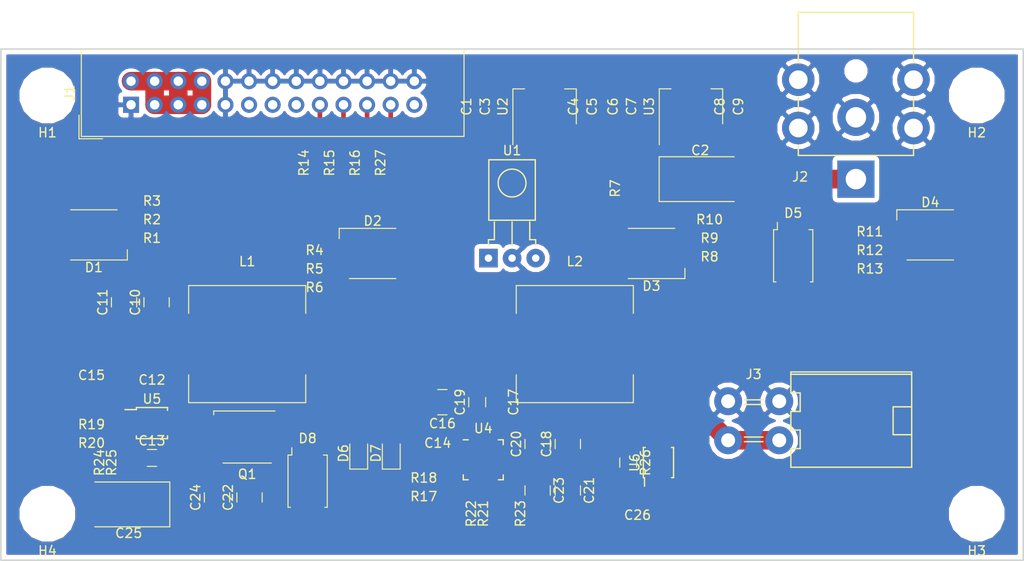
<source format=kicad_pcb>
(kicad_pcb (version 20171130) (host pcbnew 5.0.0-rc2-dev-unknown-0f0d9af~63~ubuntu16.04.1)
  (layers (0 F.Cu signal) (31 B.Cu signal) (34 B.Paste user) (35 F.Paste user) (36 B.SilkS user) (37 F.SilkS user) (38 B.Mask user) (39 F.Mask user) (44 Edge.Cuts user))
  (net 0 "")
  (net 1 /charger/ACCUPACK+)
  (net 2 /charger/BAT)
  (net 3 +5V5)
  (net 4 +5V)
  (net 5 GND)
  (net 6 "Net-(C19-Pad1)")
  (net 7 "Net-(C15-Pad1)")
  (net 8 "Net-(D5-Pad1)")
  (net 9 "Net-(D4-Pad1)")
  (net 10 /SCL)
  (net 11 +3V3)
  (net 12 /PWM_B)
  (net 13 "Net-(D1-Pad1)")
  (net 14 "Net-(D1-Pad2)")
  (net 15 /PWM_G)
  (net 16 /PWM_R)
  (net 17 "Net-(D1-Pad3)")
  (net 18 "Net-(D2-Pad2)")
  (net 19 /~INT)
  (net 20 /SDA)
  (net 21 "Net-(D2-Pad1)")
  (net 22 "Net-(D2-Pad3)")
  (net 23 "Net-(D3-Pad1)")
  (net 24 /charger/ADAPTER)
  (net 25 "Net-(D6-Pad1)")
  (net 26 "Net-(Q1-Pad4)")
  (net 27 "Net-(U6-Pad4)")
  (net 28 "Net-(U6-Pad5)")
  (net 29 /~AL)
  (net 30 "Net-(U6-Pad9)")
  (net 31 +BATT)
  (net 32 "Net-(C17-Pad1)")
  (net 33 "Net-(C17-Pad2)")
  (net 34 "Net-(C16-Pad1)")
  (net 35 /IR_Rx)
  (net 36 "Net-(R20-Pad1)")
  (net 37 "Net-(R17-Pad1)")
  (net 38 "Net-(R24-Pad2)")
  (net 39 "Net-(R22-Pad2)")
  (net 40 "Net-(R21-Pad1)")
  (net 41 "Net-(R19-Pad1)")
  (net 42 "Net-(R18-Pad1)")
  (net 43 "Net-(D7-Pad1)")
  (net 44 "Net-(C2-Pad1)")
  (net 45 "Net-(D4-Pad3)")
  (net 46 "Net-(D4-Pad2)")
  (net 47 "Net-(D3-Pad3)")
  (net 48 "Net-(D3-Pad2)")
  (net 49 "Net-(D8-Pad1)")
  (module Resistor_SMD:R_0805_2012Metric (layer F.Cu) (at 132.5 97.25 90)
    (fp_text reference R27 (at 0 -1.65 90) (layer F.SilkS))
    (fp_text value 10k)
    (pad 1 smd rect (at -0.88 0 90) (size 1.12 1.4) (layers F.Cu F.Paste F.Mask) (net 11 +3V3))
    (pad 2 smd rect (at 0.88 0 90) (size 1.12 1.4) (layers F.Cu F.Paste F.Mask) (net 29 /~AL))
  )
  (module Capacitor_SMD:C_0805_2012Metric (layer F.Cu) (at 137 125.75 180)
    (fp_text reference C14 (at 0 -1.65 180) (layer F.SilkS))
    (fp_text value 1u/50V)
    (pad 1 smd rect (at -0.88 0 180) (size 1.12 1.4) (layers F.Cu F.Paste F.Mask) (net 24 /charger/ADAPTER))
    (pad 2 smd rect (at 0.88 0 180) (size 1.12 1.4) (layers F.Cu F.Paste F.Mask) (net 5 GND))
  )
  (module Capacitor_SMD:C_0805_2012Metric (layer F.Cu) (at 143.75 91.2 90)
    (fp_text reference C3 (at 0 -1.65 90) (layer F.SilkS))
    (fp_text value 100n)
    (pad 2 smd rect (at 0.88 0 90) (size 1.12 1.4) (layers F.Cu F.Paste F.Mask) (net 5 GND))
    (pad 1 smd rect (at -0.88 0 90) (size 1.12 1.4) (layers F.Cu F.Paste F.Mask) (net 3 +5V5))
  )
  (module Capacitor_SMD:C_0805_2012Metric (layer F.Cu) (at 153.25 91.2 90)
    (fp_text reference C4 (at 0 -1.65 90) (layer F.SilkS))
    (fp_text value 100n)
    (pad 1 smd rect (at -0.88 0 90) (size 1.12 1.4) (layers F.Cu F.Paste F.Mask) (net 4 +5V))
    (pad 2 smd rect (at 0.88 0 90) (size 1.12 1.4) (layers F.Cu F.Paste F.Mask) (net 5 GND))
  )
  (module Capacitor_SMD:C_0805_2012Metric (layer F.Cu) (at 155.25 91.2 90)
    (fp_text reference C5 (at 0 -1.65 90) (layer F.SilkS))
    (fp_text value 1u/50V)
    (pad 2 smd rect (at 0.88 0 90) (size 1.12 1.4) (layers F.Cu F.Paste F.Mask) (net 5 GND))
    (pad 1 smd rect (at -0.88 0 90) (size 1.12 1.4) (layers F.Cu F.Paste F.Mask) (net 4 +5V))
  )
  (module Capacitor_SMD:C_0805_2012Metric (layer F.Cu) (at 157.5 91.193309 90)
    (fp_text reference C6 (at 0 -1.65 90) (layer F.SilkS))
    (fp_text value 1u/50V)
    (pad 1 smd rect (at -0.88 0 90) (size 1.12 1.4) (layers F.Cu F.Paste F.Mask) (net 4 +5V))
    (pad 2 smd rect (at 0.88 0 90) (size 1.12 1.4) (layers F.Cu F.Paste F.Mask) (net 5 GND))
  )
  (module Capacitor_SMD:C_0805_2012Metric (layer F.Cu) (at 159.5 91.193309 90)
    (fp_text reference C7 (at 0 -1.65 90) (layer F.SilkS))
    (fp_text value 100n)
    (pad 2 smd rect (at 0.88 0 90) (size 1.12 1.4) (layers F.Cu F.Paste F.Mask) (net 5 GND))
    (pad 1 smd rect (at -0.88 0 90) (size 1.12 1.4) (layers F.Cu F.Paste F.Mask) (net 4 +5V))
  )
  (module Capacitor_SMD:C_0805_2012Metric (layer F.Cu) (at 169 91.193309 90)
    (fp_text reference C8 (at 0 -1.65 90) (layer F.SilkS))
    (fp_text value 100n)
    (pad 1 smd rect (at -0.88 0 90) (size 1.12 1.4) (layers F.Cu F.Paste F.Mask) (net 11 +3V3))
    (pad 2 smd rect (at 0.88 0 90) (size 1.12 1.4) (layers F.Cu F.Paste F.Mask) (net 5 GND))
  )
  (module Capacitor_SMD:C_0805_2012Metric (layer F.Cu) (at 171 91.193309 90)
    (fp_text reference C9 (at 0 -1.65 90) (layer F.SilkS))
    (fp_text value 1u/50V)
    (pad 2 smd rect (at 0.88 0 90) (size 1.12 1.4) (layers F.Cu F.Paste F.Mask) (net 5 GND))
    (pad 1 smd rect (at -0.88 0 90) (size 1.12 1.4) (layers F.Cu F.Paste F.Mask) (net 11 +3V3))
  )
  (module Capacitor_SMD:C_0805_2012Metric (layer F.Cu) (at 106.25 122.25)
    (fp_text reference C12 (at 0 -1.65) (layer F.SilkS))
    (fp_text value 100n)
    (pad 1 smd rect (at -0.88 0) (size 1.12 1.4) (layers F.Cu F.Paste F.Mask) (net 31 +BATT))
    (pad 2 smd rect (at 0.88 0) (size 1.12 1.4) (layers F.Cu F.Paste F.Mask) (net 5 GND))
  )
  (module Capacitor_SMD:C_0805_2012Metric (layer F.Cu) (at 141.75 91.2 90)
    (fp_text reference C1 (at 0 -1.65 90) (layer F.SilkS))
    (fp_text value 1u/50V)
    (pad 2 smd rect (at 0.88 0 90) (size 1.12 1.4) (layers F.Cu F.Paste F.Mask) (net 5 GND))
    (pad 1 smd rect (at -0.88 0 90) (size 1.12 1.4) (layers F.Cu F.Paste F.Mask) (net 3 +5V5))
  )
  (module Capacitor_SMD:C_0805_2012Metric (layer F.Cu) (at 99.75 121.75)
    (fp_text reference C15 (at 0 -1.65) (layer F.SilkS))
    (fp_text value 100n)
    (pad 1 smd rect (at -0.88 0) (size 1.12 1.4) (layers F.Cu F.Paste F.Mask) (net 7 "Net-(C15-Pad1)"))
    (pad 2 smd rect (at 0.88 0) (size 1.12 1.4) (layers F.Cu F.Paste F.Mask) (net 5 GND))
  )
  (module Capacitor_SMD:C_0805_2012Metric (layer F.Cu) (at 143.5 123 270)
    (fp_text reference C17 (at 0 -1.65 270) (layer F.SilkS))
    (fp_text value 100n)
    (pad 2 smd rect (at 0.88 0 270) (size 1.12 1.4) (layers F.Cu F.Paste F.Mask) (net 33 "Net-(C17-Pad2)"))
    (pad 1 smd rect (at -0.88 0 270) (size 1.12 1.4) (layers F.Cu F.Paste F.Mask) (net 32 "Net-(C17-Pad1)"))
  )
  (module Capacitor_SMD:C_0805_2012Metric (layer F.Cu) (at 158.5 133.5 180)
    (fp_text reference C26 (at 0 -1.65 180) (layer F.SilkS))
    (fp_text value 100n)
    (pad 1 smd rect (at -0.88 0 180) (size 1.12 1.4) (layers F.Cu F.Paste F.Mask) (net 2 /charger/BAT))
    (pad 2 smd rect (at 0.88 0 180) (size 1.12 1.4) (layers F.Cu F.Paste F.Mask) (net 5 GND))
  )
  (module Capacitor_SMD:C_1206_3216Metric (layer F.Cu) (at 106.25 129)
    (fp_text reference C13 (at 0 -1.85) (layer F.SilkS))
    (fp_text value 4u7/25V)
    (pad 2 smd rect (at 1.43 0) (size 1.22 1.8) (layers F.Cu F.Paste F.Mask) (net 5 GND))
    (pad 1 smd rect (at -1.43 0) (size 1.22 1.8) (layers F.Cu F.Paste F.Mask) (net 3 +5V5))
  )
  (module Capacitor_SMD:C_1206_3216Metric (layer F.Cu) (at 141.25 123 90)
    (fp_text reference C19 (at 0 -1.85 90) (layer F.SilkS))
    (fp_text value 4u7/25V)
    (pad 1 smd rect (at -1.43 0 90) (size 1.22 1.8) (layers F.Cu F.Paste F.Mask) (net 6 "Net-(C19-Pad1)"))
    (pad 2 smd rect (at 1.43 0 90) (size 1.22 1.8) (layers F.Cu F.Paste F.Mask) (net 5 GND))
  )
  (module Capacitor_SMD:C_1210_3225Metric (layer F.Cu) (at 147.75 127.5 90)
    (fp_text reference C20 (at 0 -2.3 90) (layer F.SilkS))
    (fp_text value 10u/25V)
    (pad 1 smd rect (at -1.43 0 90) (size 1.22 2.7) (layers F.Cu F.Paste F.Mask) (net 31 +BATT))
    (pad 2 smd rect (at 1.43 0 90) (size 1.22 2.7) (layers F.Cu F.Paste F.Mask) (net 5 GND))
  )
  (module Capacitor_SMD:C_1210_3225Metric (layer F.Cu) (at 151 127.5 90)
    (fp_text reference C18 (at 0 -2.3 90) (layer F.SilkS))
    (fp_text value 10u/25V)
    (pad 2 smd rect (at 1.43 0 90) (size 1.22 2.7) (layers F.Cu F.Paste F.Mask) (net 5 GND))
    (pad 1 smd rect (at -1.43 0 90) (size 1.22 2.7) (layers F.Cu F.Paste F.Mask) (net 31 +BATT))
  )
  (module Capacitor_SMD:C_1210_3225Metric (layer F.Cu) (at 106.75 112.25 90)
    (fp_text reference C10 (at 0 -2.3 90) (layer F.SilkS))
    (fp_text value 10u/25V)
    (pad 1 smd rect (at -1.43 0 90) (size 1.22 2.7) (layers F.Cu F.Paste F.Mask) (net 31 +BATT))
    (pad 2 smd rect (at 1.43 0 90) (size 1.22 2.7) (layers F.Cu F.Paste F.Mask) (net 5 GND))
  )
  (module Capacitor_SMD:C_1210_3225Metric (layer F.Cu) (at 103.25 112.25 90)
    (fp_text reference C11 (at 0 -2.3 90) (layer F.SilkS))
    (fp_text value 10u/25V)
    (pad 2 smd rect (at 1.43 0 90) (size 1.22 2.7) (layers F.Cu F.Paste F.Mask) (net 5 GND))
    (pad 1 smd rect (at -1.43 0 90) (size 1.22 2.7) (layers F.Cu F.Paste F.Mask) (net 31 +BATT))
  )
  (module Capacitor_SMD:C_1210_3225Metric (layer F.Cu) (at 137.5 123 180)
    (fp_text reference C16 (at 0 -2.3 180) (layer F.SilkS))
    (fp_text value 10u/25V)
    (pad 1 smd rect (at -1.43 0 180) (size 1.22 2.7) (layers F.Cu F.Paste F.Mask) (net 34 "Net-(C16-Pad1)"))
    (pad 2 smd rect (at 1.43 0 180) (size 1.22 2.7) (layers F.Cu F.Paste F.Mask) (net 5 GND))
  )
  (module Capacitor_SMD:C_1210_3225Metric (layer F.Cu) (at 151 132.5 270)
    (fp_text reference C21 (at 0 -2.3 270) (layer F.SilkS))
    (fp_text value 10u/25V)
    (pad 2 smd rect (at 1.43 0 270) (size 1.22 2.7) (layers F.Cu F.Paste F.Mask) (net 5 GND))
    (pad 1 smd rect (at -1.43 0 270) (size 1.22 2.7) (layers F.Cu F.Paste F.Mask) (net 2 /charger/BAT))
  )
  (module Capacitor_SMD:C_1210_3225Metric (layer F.Cu) (at 116.75 133.25 90)
    (fp_text reference C22 (at 0 -2.3 90) (layer F.SilkS))
    (fp_text value 10u/25V)
    (pad 1 smd rect (at -1.43 0 90) (size 1.22 2.7) (layers F.Cu F.Paste F.Mask) (net 3 +5V5))
    (pad 2 smd rect (at 1.43 0 90) (size 1.22 2.7) (layers F.Cu F.Paste F.Mask) (net 5 GND))
  )
  (module Capacitor_SMD:C_1210_3225Metric (layer F.Cu) (at 147.75 132.5 270)
    (fp_text reference C23 (at 0 -2.3 270) (layer F.SilkS))
    (fp_text value 10u/25V)
    (pad 2 smd rect (at 1.43 0 270) (size 1.22 2.7) (layers F.Cu F.Paste F.Mask) (net 5 GND))
    (pad 1 smd rect (at -1.43 0 270) (size 1.22 2.7) (layers F.Cu F.Paste F.Mask) (net 2 /charger/BAT))
  )
  (module Capacitor_SMD:C_1210_3225Metric (layer F.Cu) (at 113.25 133.25 90)
    (fp_text reference C24 (at 0 -2.3 90) (layer F.SilkS))
    (fp_text value 10u/25V)
    (pad 1 smd rect (at -1.43 0 90) (size 1.22 2.7) (layers F.Cu F.Paste F.Mask) (net 3 +5V5))
    (pad 2 smd rect (at 1.43 0 90) (size 1.22 2.7) (layers F.Cu F.Paste F.Mask) (net 5 GND))
  )
  (module Capacitor_Tantalum_SMD:CP_EIA-7343-31_Kemet-D (layer F.Cu) (at 103.75 134 180)
    (fp_text reference C25 (at 0 -3.1 180) (layer F.SilkS))
    (fp_text value 47u/25V)
    (pad 2 smd rect (at 3.13 0 180) (size 2.06 2.6) (layers F.Cu F.Paste F.Mask) (net 5 GND))
    (pad 1 smd rect (at -3.13 0 180) (size 2.06 2.6) (layers F.Cu F.Paste F.Mask) (net 3 +5V5))
  )
  (module Capacitor_Tantalum_SMD:CP_EIA-7343-31_Kemet-D (layer F.Cu) (at 165.25 99)
    (fp_text reference C2 (at 0 -3.1) (layer F.SilkS))
    (fp_text value 47u/25V)
    (pad 1 smd rect (at -3.13 0) (size 2.06 2.6) (layers F.Cu F.Paste F.Mask) (net 44 "Net-(C2-Pad1)"))
    (pad 2 smd rect (at 3.13 0) (size 2.06 2.6) (layers F.Cu F.Paste F.Mask) (net 5 GND))
  )
  (module Connector_IDC:IDC-Header_2x13_P2.54mm_Vertical (layer F.Cu) (at 104 91 90)
    (fp_text reference J1 (at 1.27 -6.604 90) (layer F.SilkS))
    (fp_text value IDC_02X13)
    (pad 1 thru_hole rect (at 0 0 90) (size 1.7272 1.7272) (drill 1.016) (layers *.Cu *.Mask) (net 5 GND))
    (pad 2 thru_hole oval (at 2.54 0 90) (size 1.7272 1.7272) (drill 1.016) (layers *.Cu *.Mask) (net 3 +5V5))
    (pad 3 thru_hole oval (at 0 2.54 90) (size 1.7272 1.7272) (drill 1.016) (layers *.Cu *.Mask) (net 3 +5V5))
    (pad 4 thru_hole oval (at 2.54 2.54 90) (size 1.7272 1.7272) (drill 1.016) (layers *.Cu *.Mask) (net 3 +5V5))
    (pad 5 thru_hole oval (at 0 5.08 90) (size 1.7272 1.7272) (drill 1.016) (layers *.Cu *.Mask) (net 3 +5V5))
    (pad 6 thru_hole oval (at 2.54 5.08 90) (size 1.7272 1.7272) (drill 1.016) (layers *.Cu *.Mask) (net 3 +5V5))
    (pad 7 thru_hole oval (at 0 7.62 90) (size 1.7272 1.7272) (drill 1.016) (layers *.Cu *.Mask) (net 3 +5V5))
    (pad 8 thru_hole oval (at 2.54 7.62 90) (size 1.7272 1.7272) (drill 1.016) (layers *.Cu *.Mask) (net 3 +5V5))
    (pad 9 thru_hole oval (at 0 10.16 90) (size 1.7272 1.7272) (drill 1.016) (layers *.Cu *.Mask) (net 5 GND))
    (pad 10 thru_hole oval (at 2.54 10.16 90) (size 1.7272 1.7272) (drill 1.016) (layers *.Cu *.Mask) (net 5 GND))
    (pad 11 thru_hole oval (at 0 12.7 90) (size 1.7272 1.7272) (drill 1.016) (layers *.Cu *.Mask) (net 16 /PWM_R))
    (pad 12 thru_hole oval (at 2.54 12.7 90) (size 1.7272 1.7272) (drill 1.016) (layers *.Cu *.Mask) (net 5 GND))
    (pad 13 thru_hole oval (at 0 15.24 90) (size 1.7272 1.7272) (drill 1.016) (layers *.Cu *.Mask) (net 15 /PWM_G))
    (pad 14 thru_hole oval (at 2.54 15.24 90) (size 1.7272 1.7272) (drill 1.016) (layers *.Cu *.Mask) (net 5 GND))
    (pad 15 thru_hole oval (at 0 17.78 90) (size 1.7272 1.7272) (drill 1.016) (layers *.Cu *.Mask) (net 12 /PWM_B))
    (pad 16 thru_hole oval (at 2.54 17.78 90) (size 1.7272 1.7272) (drill 1.016) (layers *.Cu *.Mask) (net 5 GND))
    (pad 17 thru_hole oval (at 0 20.32 90) (size 1.7272 1.7272) (drill 1.016) (layers *.Cu *.Mask) (net 20 /SDA))
    (pad 18 thru_hole oval (at 2.54 20.32 90) (size 1.7272 1.7272) (drill 1.016) (layers *.Cu *.Mask) (net 5 GND))
    (pad 19 thru_hole oval (at 0 22.86 90) (size 1.7272 1.7272) (drill 1.016) (layers *.Cu *.Mask) (net 10 /SCL))
    (pad 20 thru_hole oval (at 2.54 22.86 90) (size 1.7272 1.7272) (drill 1.016) (layers *.Cu *.Mask) (net 5 GND))
    (pad 21 thru_hole oval (at 0 25.4 90) (size 1.7272 1.7272) (drill 1.016) (layers *.Cu *.Mask) (net 19 /~INT))
    (pad 22 thru_hole oval (at 2.54 25.4 90) (size 1.7272 1.7272) (drill 1.016) (layers *.Cu *.Mask) (net 5 GND))
    (pad 23 thru_hole oval (at 0 27.94 90) (size 1.7272 1.7272) (drill 1.016) (layers *.Cu *.Mask) (net 29 /~AL))
    (pad 24 thru_hole oval (at 2.54 27.94 90) (size 1.7272 1.7272) (drill 1.016) (layers *.Cu *.Mask) (net 5 GND))
    (pad 25 thru_hole oval (at 0 30.48 90) (size 1.7272 1.7272) (drill 1.016) (layers *.Cu *.Mask) (net 35 /IR_Rx))
    (pad 26 thru_hole oval (at 2.54 30.48 90) (size 1.7272 1.7272) (drill 1.016) (layers *.Cu *.Mask) (net 5 GND))
  )
  (module Inductor_SMD:L_12x12mm_H4.5mm (layer F.Cu) (at 151.75 116.75)
    (fp_text reference L2 (at 0 -8.89) (layer F.SilkS))
    (fp_text value HPI1260-2R2)
    (pad 2 smd rect (at 4.95 0) (size 2.9 5.4) (layers F.Cu F.Paste F.Mask) (net 31 +BATT))
    (pad 1 smd rect (at -4.95 0) (size 2.9 5.4) (layers F.Cu F.Paste F.Mask) (net 32 "Net-(C17-Pad1)"))
  )
  (module Inductor_SMD:L_12x12mm_H4.5mm (layer F.Cu) (at 116.5 116.75)
    (fp_text reference L1 (at 0 -8.89) (layer F.SilkS))
    (fp_text value HPI1260-2R2)
    (pad 1 smd rect (at -4.95 0) (size 2.9 5.4) (layers F.Cu F.Paste F.Mask) (net 31 +BATT))
    (pad 2 smd rect (at 4.95 0) (size 2.9 5.4) (layers F.Cu F.Paste F.Mask) (net 49 "Net-(D8-Pad1)"))
  )
  (module KLIB_Connector_Power:Cliff_FC681495 (layer F.Cu) (at 182 88.75 180)
    (fp_text reference J2 (at 6 -10 180) (layer F.SilkS))
    (fp_text value FC681495)
    (pad SH thru_hole circle (at 6.2 -4.75 180) (size 3.5 3.5) (drill 2) (layers *.Cu *.Mask) (net 5 GND))
    (pad SH thru_hole circle (at -6.2 -4.75 180) (size 3.5 3.5) (drill 2) (layers *.Cu *.Mask) (net 5 GND))
    (pad SH thru_hole circle (at 6.2 0.45 180) (size 3.5 3.5) (drill 2) (layers *.Cu *.Mask) (net 5 GND))
    (pad SH thru_hole circle (at -6.2 0.45 180) (size 3.5 3.5) (drill 2) (layers *.Cu *.Mask) (net 5 GND))
    (pad 1 thru_hole rect (at 0 -10.25 180) (size 4 4) (drill 2.2) (layers *.Cu *.Mask) (net 8 "Net-(D5-Pad1)"))
    (pad 2 thru_hole circle (at 0 -3.6 180) (size 4 4) (drill 2.2) (layers *.Cu *.Mask) (net 5 GND))
    (pad "" np_thru_hole circle (at 0 1.4 180) (size 1.5 1.5) (drill 1.5) (layers *.Cu *.Mask))
  )
  (module KLIB_Connector_Power:N42GK-04 (layer F.Cu) (at 171 125 180)
    (fp_text reference J3 (at 0 5 180) (layer F.SilkS))
    (fp_text value N42GK-04)
    (pad 1 thru_hole circle (at -2.75 2.1 180) (size 3 3) (drill 1.5) (layers *.Cu *.Mask) (net 5 GND))
    (pad 2 thru_hole circle (at 2.75 2.1 180) (size 3 3) (drill 1.5) (layers *.Cu *.Mask) (net 5 GND))
    (pad 3 thru_hole circle (at -2.75 -2.1 180) (size 3 3) (drill 1.5) (layers *.Cu *.Mask) (net 1 /charger/ACCUPACK+))
    (pad 4 thru_hole circle (at 2.75 -2.1 180) (size 3 3) (drill 1.5) (layers *.Cu *.Mask) (net 1 /charger/ACCUPACK+))
  )
  (module KLIB_Opto:LED_RGB_5050-6 (layer F.Cu) (at 130 107)
    (fp_text reference D2 (at 0 -3.5 180) (layer F.SilkS))
    (fp_text value LTST-G563ZEGBW)
    (pad 1 smd rect (at -2.4 -1.7 90) (size 1.1 2) (layers F.Cu F.Paste F.Mask) (net 21 "Net-(D2-Pad1)"))
    (pad 2 smd rect (at -2.4 0 90) (size 1.1 2) (layers F.Cu F.Paste F.Mask) (net 18 "Net-(D2-Pad2)"))
    (pad 3 smd rect (at -2.4 1.7 90) (size 1.1 2) (layers F.Cu F.Paste F.Mask) (net 22 "Net-(D2-Pad3)"))
    (pad 4 smd rect (at 2.4 1.7 90) (size 1.1 2) (layers F.Cu F.Paste F.Mask) (net 4 +5V))
    (pad 5 smd rect (at 2.4 0 90) (size 1.1 2) (layers F.Cu F.Paste F.Mask) (net 4 +5V))
    (pad 6 smd rect (at 2.4 -1.7 90) (size 1.1 2) (layers F.Cu F.Paste F.Mask) (net 4 +5V))
  )
  (module KLIB_Opto:LED_RGB_5050-6 (layer F.Cu) (at 190 105)
    (fp_text reference D4 (at 0 -3.5 180) (layer F.SilkS))
    (fp_text value LTST-G563ZEGBW)
    (pad 6 smd rect (at 2.4 -1.7 90) (size 1.1 2) (layers F.Cu F.Paste F.Mask) (net 4 +5V))
    (pad 5 smd rect (at 2.4 0 90) (size 1.1 2) (layers F.Cu F.Paste F.Mask) (net 4 +5V))
    (pad 4 smd rect (at 2.4 1.7 90) (size 1.1 2) (layers F.Cu F.Paste F.Mask) (net 4 +5V))
    (pad 3 smd rect (at -2.4 1.7 90) (size 1.1 2) (layers F.Cu F.Paste F.Mask) (net 45 "Net-(D4-Pad3)"))
    (pad 2 smd rect (at -2.4 0 90) (size 1.1 2) (layers F.Cu F.Paste F.Mask) (net 46 "Net-(D4-Pad2)"))
    (pad 1 smd rect (at -2.4 -1.7 90) (size 1.1 2) (layers F.Cu F.Paste F.Mask) (net 9 "Net-(D4-Pad1)"))
  )
  (module KLIB_Opto:LED_RGB_5050-6 (layer F.Cu) (at 100 105 180)
    (fp_text reference D1 (at 0 -3.5) (layer F.SilkS))
    (fp_text value LTST-G563ZEGBW)
    (pad 1 smd rect (at -2.4 -1.7 270) (size 1.1 2) (layers F.Cu F.Paste F.Mask) (net 13 "Net-(D1-Pad1)"))
    (pad 2 smd rect (at -2.4 0 270) (size 1.1 2) (layers F.Cu F.Paste F.Mask) (net 14 "Net-(D1-Pad2)"))
    (pad 3 smd rect (at -2.4 1.7 270) (size 1.1 2) (layers F.Cu F.Paste F.Mask) (net 17 "Net-(D1-Pad3)"))
    (pad 4 smd rect (at 2.4 1.7 270) (size 1.1 2) (layers F.Cu F.Paste F.Mask) (net 4 +5V))
    (pad 5 smd rect (at 2.4 0 270) (size 1.1 2) (layers F.Cu F.Paste F.Mask) (net 4 +5V))
    (pad 6 smd rect (at 2.4 -1.7 270) (size 1.1 2) (layers F.Cu F.Paste F.Mask) (net 4 +5V))
  )
  (module KLIB_Opto:LED_RGB_5050-6 (layer F.Cu) (at 160 107 180)
    (fp_text reference D3 (at 0 -3.5) (layer F.SilkS))
    (fp_text value LTST-G563ZEGBW)
    (pad 6 smd rect (at 2.4 -1.7 270) (size 1.1 2) (layers F.Cu F.Paste F.Mask) (net 4 +5V))
    (pad 5 smd rect (at 2.4 0 270) (size 1.1 2) (layers F.Cu F.Paste F.Mask) (net 4 +5V))
    (pad 4 smd rect (at 2.4 1.7 270) (size 1.1 2) (layers F.Cu F.Paste F.Mask) (net 4 +5V))
    (pad 3 smd rect (at -2.4 1.7 270) (size 1.1 2) (layers F.Cu F.Paste F.Mask) (net 47 "Net-(D3-Pad3)"))
    (pad 2 smd rect (at -2.4 0 270) (size 1.1 2) (layers F.Cu F.Paste F.Mask) (net 48 "Net-(D3-Pad2)"))
    (pad 1 smd rect (at -2.4 -1.7 270) (size 1.1 2) (layers F.Cu F.Paste F.Mask) (net 23 "Net-(D3-Pad1)"))
  )
  (module KLIB_Opto:OSRB8C9BA_Horizontal (layer F.Cu) (at 145 107.5)
    (fp_text reference U1 (at 0 -11.58) (layer F.SilkS))
    (fp_text value OSRB38C9BA)
    (pad 1 thru_hole rect (at -2.54 0) (size 2 2) (drill 0.8) (layers *.Cu *.Mask) (net 35 /IR_Rx))
    (pad 2 thru_hole circle (at 0 0) (size 2 2) (drill 0.8) (layers *.Cu *.Mask) (net 5 GND))
    (pad 3 thru_hole circle (at 2.54 0) (size 2 2) (drill 0.8) (layers *.Cu *.Mask) (net 44 "Net-(C2-Pad1)"))
  )
  (module LED_SMD:LED_0805_2012Metric (layer F.Cu) (at 132 128.5 90)
    (fp_text reference D7 (at 0 -1.65 90) (layer F.SilkS))
    (fp_text value GREEN)
    (pad 2 smd rect (at 0.88 0 90) (size 1.12 1.4) (layers F.Cu F.Paste F.Mask) (net 31 +BATT))
    (pad 1 smd rect (at -0.88 0 90) (size 1.12 1.4) (layers F.Cu F.Paste F.Mask) (net 43 "Net-(D7-Pad1)"))
  )
  (module LED_SMD:LED_0805_2012Metric (layer F.Cu) (at 128.5 128.5 90)
    (fp_text reference D6 (at 0 -1.65 90) (layer F.SilkS))
    (fp_text value RED)
    (pad 1 smd rect (at -0.88 0 90) (size 1.12 1.4) (layers F.Cu F.Paste F.Mask) (net 25 "Net-(D6-Pad1)"))
    (pad 2 smd rect (at 0.88 0 90) (size 1.12 1.4) (layers F.Cu F.Paste F.Mask) (net 31 +BATT))
  )
  (module Package_DFN_QFN:QFN-24-1EP_4x4mm_P0.5mm_EP2.6x2.6mm (layer F.Cu) (at 141.9 129.2)
    (fp_text reference U4 (at 0 -3.375) (layer F.SilkS))
    (fp_text value BQ24192)
    (pad 1 smd rect (at -1.95 -1.25) (size 0.85 0.3) (layers F.Cu F.Paste F.Mask) (net 24 /charger/ADAPTER))
    (pad 2 smd rect (at -1.95 -0.75) (size 0.85 0.3) (layers F.Cu F.Paste F.Mask) (net 5 GND))
    (pad 3 smd rect (at -1.95 -0.25) (size 0.85 0.3) (layers F.Cu F.Paste F.Mask) (net 42 "Net-(R18-Pad1)"))
    (pad 4 smd rect (at -1.95 0.25) (size 0.85 0.3) (layers F.Cu F.Paste F.Mask) (net 37 "Net-(R17-Pad1)"))
    (pad 5 smd rect (at -1.95 0.75) (size 0.85 0.3) (layers F.Cu F.Paste F.Mask) (net 10 /SCL))
    (pad 6 smd rect (at -1.95 1.25) (size 0.85 0.3) (layers F.Cu F.Paste F.Mask) (net 20 /SDA))
    (pad 7 smd rect (at -1.25 1.95 90) (size 0.85 0.3) (layers F.Cu F.Paste F.Mask) (net 19 /~INT))
    (pad 8 smd rect (at -0.75 1.95 90) (size 0.85 0.3) (layers F.Cu F.Paste F.Mask) (net 5 GND))
    (pad 9 smd rect (at -0.25 1.95 90) (size 0.85 0.3) (layers F.Cu F.Paste F.Mask) (net 5 GND))
    (pad 10 smd rect (at 0.25 1.95 90) (size 0.85 0.3) (layers F.Cu F.Paste F.Mask) (net 40 "Net-(R21-Pad1)"))
    (pad 11 smd rect (at 0.75 1.95 90) (size 0.85 0.3) (layers F.Cu F.Paste F.Mask) (net 39 "Net-(R22-Pad2)"))
    (pad 12 smd rect (at 1.25 1.95 90) (size 0.85 0.3) (layers F.Cu F.Paste F.Mask) (net 39 "Net-(R22-Pad2)"))
    (pad 13 smd rect (at 1.95 1.25) (size 0.85 0.3) (layers F.Cu F.Paste F.Mask) (net 2 /charger/BAT))
    (pad 14 smd rect (at 1.95 0.75) (size 0.85 0.3) (layers F.Cu F.Paste F.Mask) (net 2 /charger/BAT))
    (pad 15 smd rect (at 1.95 0.25) (size 0.85 0.3) (layers F.Cu F.Paste F.Mask) (net 31 +BATT))
    (pad 16 smd rect (at 1.95 -0.25) (size 0.85 0.3) (layers F.Cu F.Paste F.Mask) (net 31 +BATT))
    (pad 17 smd rect (at 1.95 -0.75) (size 0.85 0.3) (layers F.Cu F.Paste F.Mask) (net 5 GND))
    (pad 18 smd rect (at 1.95 -1.25) (size 0.85 0.3) (layers F.Cu F.Paste F.Mask) (net 5 GND))
    (pad 19 smd rect (at 1.25 -1.95 90) (size 0.85 0.3) (layers F.Cu F.Paste F.Mask) (net 32 "Net-(C17-Pad1)"))
    (pad 20 smd rect (at 0.75 -1.95 90) (size 0.85 0.3) (layers F.Cu F.Paste F.Mask) (net 32 "Net-(C17-Pad1)"))
    (pad 21 smd rect (at 0.25 -1.95 90) (size 0.85 0.3) (layers F.Cu F.Paste F.Mask) (net 33 "Net-(C17-Pad2)"))
    (pad 22 smd rect (at -0.25 -1.95 90) (size 0.85 0.3) (layers F.Cu F.Paste F.Mask) (net 6 "Net-(C19-Pad1)"))
    (pad 23 smd rect (at -0.75 -1.95 90) (size 0.85 0.3) (layers F.Cu F.Paste F.Mask) (net 34 "Net-(C16-Pad1)"))
    (pad 24 smd rect (at -1.25 -1.95 90) (size 0.85 0.3) (layers F.Cu F.Paste F.Mask) (net 24 /charger/ADAPTER))
    (pad 25 smd rect (at 0 0) (size 2.6 2.6) (layers F.Cu F.Mask) (net 5 GND))
  )
  (module Package_SO:MSOP-10_3x3mm_P0.5mm (layer F.Cu) (at 106.25 125.25)
    (fp_text reference U5 (at 0 -2.6) (layer F.SilkS))
    (fp_text value LTC1871)
    (pad 1 smd rect (at -2.2 -1) (size 1.4 0.3) (layers F.Cu F.Paste F.Mask) (net 31 +BATT))
    (pad 2 smd rect (at -2.2 -0.5) (size 1.4 0.3) (layers F.Cu F.Paste F.Mask) (net 41 "Net-(R19-Pad1)"))
    (pad 3 smd rect (at -2.2 0) (size 1.4 0.3) (layers F.Cu F.Paste F.Mask) (net 38 "Net-(R24-Pad2)"))
    (pad 4 smd rect (at -2.2 0.5) (size 1.4 0.3) (layers F.Cu F.Paste F.Mask) (net 36 "Net-(R20-Pad1)"))
    (pad 5 smd rect (at -2.2 1) (size 1.4 0.3) (layers F.Cu F.Paste F.Mask) (net 3 +5V5))
    (pad 6 smd rect (at 2.2 1) (size 1.4 0.3) (layers F.Cu F.Paste F.Mask) (net 5 GND))
    (pad 7 smd rect (at 2.2 0.5) (size 1.4 0.3) (layers F.Cu F.Paste F.Mask) (net 26 "Net-(Q1-Pad4)"))
    (pad 8 smd rect (at 2.2 0) (size 1.4 0.3) (layers F.Cu F.Paste F.Mask) (net 3 +5V5))
    (pad 9 smd rect (at 2.2 -0.5) (size 1.4 0.3) (layers F.Cu F.Paste F.Mask) (net 3 +5V5))
    (pad 10 smd rect (at 2.2 -1) (size 1.4 0.3) (layers F.Cu F.Paste F.Mask) (net 49 "Net-(D8-Pad1)"))
  )
  (module Package_SO:MSOP-8-1EP_3x3mm_P0.65mm_EP1.68x1.88mm (layer F.Cu) (at 160.75 129.5 90)
    (fp_text reference U6 (at 0 -2.55 90) (layer F.SilkS))
    (fp_text value LTC2941CMS8E)
    (pad 1 smd rect (at -2.105 -0.975 90) (size 0.89 0.42) (layers F.Cu F.Paste F.Mask) (net 2 /charger/BAT))
    (pad 2 smd rect (at -2.105 -0.325 90) (size 0.89 0.42) (layers F.Cu F.Paste F.Mask) (net 5 GND))
    (pad 3 smd rect (at -2.105 0.325 90) (size 0.89 0.42) (layers F.Cu F.Paste F.Mask) (net 10 /SCL))
    (pad 4 smd rect (at -2.105 0.975 90) (size 0.89 0.42) (layers F.Cu F.Paste F.Mask) (net 27 "Net-(U6-Pad4)"))
    (pad 5 smd rect (at 2.105 0.975 90) (size 0.89 0.42) (layers F.Cu F.Paste F.Mask) (net 28 "Net-(U6-Pad5)"))
    (pad 6 smd rect (at 2.105 0.325 90) (size 0.89 0.42) (layers F.Cu F.Paste F.Mask) (net 20 /SDA))
    (pad 7 smd rect (at 2.105 -0.325 90) (size 0.89 0.42) (layers F.Cu F.Paste F.Mask) (net 29 /~AL))
    (pad 8 smd rect (at 2.105 -0.975 90) (size 0.89 0.42) (layers F.Cu F.Paste F.Mask) (net 1 /charger/ACCUPACK+))
    (pad 9 smd rect (at 0 0 90) (size 1.68 1.88) (layers F.Cu F.Mask) (net 30 "Net-(U6-Pad9)"))
  )
  (module Package_TO_SOT_SMD:SOT-223-3_TabPin2 (layer F.Cu) (at 148.5 91.2 90)
    (fp_text reference U2 (at 0 -4.5 90) (layer F.SilkS))
    (fp_text value MCP1826S)
    (pad 1 smd rect (at -3.15 -2.3 90) (size 2 1.5) (layers F.Cu F.Paste F.Mask) (net 3 +5V5))
    (pad 3 smd rect (at -3.15 2.3 90) (size 2 1.5) (layers F.Cu F.Paste F.Mask) (net 4 +5V))
    (pad 2 smd rect (at -3.15 0 90) (size 2 1.5) (layers F.Cu F.Paste F.Mask) (net 5 GND))
    (pad 2 smd rect (at 3.15 0 90) (size 2 3.8) (layers F.Cu F.Paste F.Mask) (net 5 GND))
  )
  (module Package_TO_SOT_SMD:SOT-223-3_TabPin2 (layer F.Cu) (at 164.25 91.193309 90)
    (fp_text reference U3 (at 0 -4.5 90) (layer F.SilkS))
    (fp_text value MCP1826S)
    (pad 2 smd rect (at 3.15 0 90) (size 2 3.8) (layers F.Cu F.Paste F.Mask) (net 5 GND))
    (pad 2 smd rect (at -3.15 0 90) (size 2 1.5) (layers F.Cu F.Paste F.Mask) (net 5 GND))
    (pad 3 smd rect (at -3.15 2.3 90) (size 2 1.5) (layers F.Cu F.Paste F.Mask) (net 11 +3V3))
    (pad 1 smd rect (at -3.15 -2.3 90) (size 2 1.5) (layers F.Cu F.Paste F.Mask) (net 4 +5V))
  )
  (module Package_TO_SOT_SMD:TDSON-8-1 (layer F.Cu) (at 116.5 126.75)
    (fp_text reference Q1 (at 0 4) (layer F.SilkS))
    (fp_text value BSC080N03MS)
    (pad 1 smd rect (at -2.75 -1.91 270) (size 0.7 0.8) (layers F.Cu F.Paste F.Mask) (net 5 GND))
    (pad 2 smd rect (at -2.75 -0.64 270) (size 0.7 0.8) (layers F.Cu F.Paste F.Mask) (net 5 GND))
    (pad 3 smd rect (at -2.75 0.64 270) (size 0.7 0.8) (layers F.Cu F.Paste F.Mask) (net 5 GND))
    (pad 4 smd rect (at -2.75 1.91 270) (size 0.7 0.8) (layers F.Cu F.Paste F.Mask) (net 26 "Net-(Q1-Pad4)"))
    (pad 5 smd rect (at 2.75 1.91 270) (size 0.7 0.8) (layers F.Cu F.Paste F.Mask) (net 49 "Net-(D8-Pad1)"))
    (pad 5 smd rect (at 2.75 0.64 270) (size 0.7 0.8) (layers F.Cu F.Paste F.Mask) (net 49 "Net-(D8-Pad1)"))
    (pad 5 smd rect (at 2.75 -0.64 270) (size 0.7 0.8) (layers F.Cu F.Paste F.Mask) (net 49 "Net-(D8-Pad1)"))
    (pad 5 smd rect (at 2.75 -1.91 270) (size 0.7 0.8) (layers F.Cu F.Paste F.Mask) (net 49 "Net-(D8-Pad1)"))
    (pad 5 smd rect (at 0.5 0 270) (size 4.5 4.29) (layers F.Cu F.Mask) (net 49 "Net-(D8-Pad1)"))
  )
  (module Package_TO_SOT_SMD:TO-277B (layer F.Cu) (at 175.25 107.25)
    (fp_text reference D5 (at 0 -4.6 180) (layer F.SilkS))
    (fp_text value DST1045S)
    (pad 2 smd rect (at 0.97 -3.15) (size 0.95 1) (layers F.Cu F.Paste F.Mask) (net 8 "Net-(D5-Pad1)"))
    (pad 3 smd rect (at 0 1.2) (size 3.2 4.9) (layers F.Cu F.Mask) (net 24 /charger/ADAPTER))
    (pad 1 smd rect (at -0.97 -3.15) (size 0.95 1) (layers F.Cu F.Paste F.Mask) (net 8 "Net-(D5-Pad1)"))
  )
  (module Package_TO_SOT_SMD:TO-277B (layer F.Cu) (at 123 131.5)
    (fp_text reference D8 (at 0 -4.6 180) (layer F.SilkS))
    (fp_text value DST1045S)
    (pad 1 smd rect (at -0.97 -3.15) (size 0.95 1) (layers F.Cu F.Paste F.Mask) (net 49 "Net-(D8-Pad1)"))
    (pad 3 smd rect (at 0 1.2) (size 3.2 4.9) (layers F.Cu F.Mask) (net 3 +5V5))
    (pad 2 smd rect (at 0.97 -3.15) (size 0.95 1) (layers F.Cu F.Paste F.Mask) (net 49 "Net-(D8-Pad1)"))
  )
  (module Resistor_SMD:R_0805_2012Metric (layer F.Cu) (at 183.5 103 180)
    (fp_text reference R11 (at 0 -1.65 180) (layer F.SilkS))
    (fp_text value 120R)
    (pad 1 smd rect (at -0.88 0 180) (size 1.12 1.4) (layers F.Cu F.Paste F.Mask) (net 9 "Net-(D4-Pad1)"))
    (pad 2 smd rect (at 0.88 0 180) (size 1.12 1.4) (layers F.Cu F.Paste F.Mask) (net 12 /PWM_B))
  )
  (module Resistor_SMD:R_0805_2012Metric (layer F.Cu) (at 106.25 107)
    (fp_text reference R1 (at 0 -1.65) (layer F.SilkS))
    (fp_text value 120R)
    (pad 2 smd rect (at 0.88 0) (size 1.12 1.4) (layers F.Cu F.Paste F.Mask) (net 12 /PWM_B))
    (pad 1 smd rect (at -0.88 0) (size 1.12 1.4) (layers F.Cu F.Paste F.Mask) (net 13 "Net-(D1-Pad1)"))
  )
  (module Resistor_SMD:R_0805_2012Metric (layer F.Cu) (at 166.25 109)
    (fp_text reference R8 (at 0 -1.65) (layer F.SilkS))
    (fp_text value 120R)
    (pad 1 smd rect (at -0.88 0) (size 1.12 1.4) (layers F.Cu F.Paste F.Mask) (net 23 "Net-(D3-Pad1)"))
    (pad 2 smd rect (at 0.88 0) (size 1.12 1.4) (layers F.Cu F.Paste F.Mask) (net 12 /PWM_B))
  )
  (module Resistor_SMD:R_0805_2012Metric (layer F.Cu) (at 166.25 107)
    (fp_text reference R9 (at 0 -1.65) (layer F.SilkS))
    (fp_text value 120R)
    (pad 2 smd rect (at 0.88 0) (size 1.12 1.4) (layers F.Cu F.Paste F.Mask) (net 15 /PWM_G))
    (pad 1 smd rect (at -0.88 0) (size 1.12 1.4) (layers F.Cu F.Paste F.Mask) (net 48 "Net-(D3-Pad2)"))
  )
  (module Resistor_SMD:R_0805_2012Metric (layer F.Cu) (at 166.25 105)
    (fp_text reference R10 (at 0 -1.65) (layer F.SilkS))
    (fp_text value 180R)
    (pad 1 smd rect (at -0.88 0) (size 1.12 1.4) (layers F.Cu F.Paste F.Mask) (net 47 "Net-(D3-Pad3)"))
    (pad 2 smd rect (at 0.88 0) (size 1.12 1.4) (layers F.Cu F.Paste F.Mask) (net 16 /PWM_R))
  )
  (module Resistor_SMD:R_0805_2012Metric (layer F.Cu) (at 106.25 103)
    (fp_text reference R3 (at 0 -1.65) (layer F.SilkS))
    (fp_text value 180R)
    (pad 2 smd rect (at 0.88 0) (size 1.12 1.4) (layers F.Cu F.Paste F.Mask) (net 16 /PWM_R))
    (pad 1 smd rect (at -0.88 0) (size 1.12 1.4) (layers F.Cu F.Paste F.Mask) (net 17 "Net-(D1-Pad3)"))
  )
  (module Resistor_SMD:R_0805_2012Metric (layer F.Cu) (at 183.5 105 180)
    (fp_text reference R12 (at 0 -1.65 180) (layer F.SilkS))
    (fp_text value 120R)
    (pad 1 smd rect (at -0.88 0 180) (size 1.12 1.4) (layers F.Cu F.Paste F.Mask) (net 46 "Net-(D4-Pad2)"))
    (pad 2 smd rect (at 0.88 0 180) (size 1.12 1.4) (layers F.Cu F.Paste F.Mask) (net 15 /PWM_G))
  )
  (module Resistor_SMD:R_0805_2012Metric (layer F.Cu) (at 183.5 107 180)
    (fp_text reference R13 (at 0 -1.65 180) (layer F.SilkS))
    (fp_text value 180R)
    (pad 2 smd rect (at 0.88 0 180) (size 1.12 1.4) (layers F.Cu F.Paste F.Mask) (net 16 /PWM_R))
    (pad 1 smd rect (at -0.88 0 180) (size 1.12 1.4) (layers F.Cu F.Paste F.Mask) (net 45 "Net-(D4-Pad3)"))
  )
  (module Resistor_SMD:R_0805_2012Metric (layer F.Cu) (at 124.25 97.25 90)
    (fp_text reference R14 (at 0 -1.65 90) (layer F.SilkS))
    (fp_text value 10k)
    (pad 1 smd rect (at -0.88 0 90) (size 1.12 1.4) (layers F.Cu F.Paste F.Mask) (net 11 +3V3))
    (pad 2 smd rect (at 0.88 0 90) (size 1.12 1.4) (layers F.Cu F.Paste F.Mask) (net 20 /SDA))
  )
  (module Resistor_SMD:R_0805_2012Metric (layer F.Cu) (at 127 97.25 90)
    (fp_text reference R15 (at 0 -1.65 90) (layer F.SilkS))
    (fp_text value 10k)
    (pad 2 smd rect (at 0.88 0 90) (size 1.12 1.4) (layers F.Cu F.Paste F.Mask) (net 10 /SCL))
    (pad 1 smd rect (at -0.88 0 90) (size 1.12 1.4) (layers F.Cu F.Paste F.Mask) (net 11 +3V3))
  )
  (module Resistor_SMD:R_0805_2012Metric (layer F.Cu) (at 129.75 97.25 90)
    (fp_text reference R16 (at 0 -1.65 90) (layer F.SilkS))
    (fp_text value 10k)
    (pad 1 smd rect (at -0.88 0 90) (size 1.12 1.4) (layers F.Cu F.Paste F.Mask) (net 11 +3V3))
    (pad 2 smd rect (at 0.88 0 90) (size 1.12 1.4) (layers F.Cu F.Paste F.Mask) (net 19 /~INT))
  )
  (module Resistor_SMD:R_0805_2012Metric (layer F.Cu) (at 157.75 100 90)
    (fp_text reference R7 (at 0 -1.65 90) (layer F.SilkS))
    (fp_text value 100R)
    (pad 2 smd rect (at 0.88 0 90) (size 1.12 1.4) (layers F.Cu F.Paste F.Mask) (net 44 "Net-(C2-Pad1)"))
    (pad 1 smd rect (at -0.88 0 90) (size 1.12 1.4) (layers F.Cu F.Paste F.Mask) (net 4 +5V))
  )
  (module Resistor_SMD:R_0805_2012Metric (layer F.Cu) (at 106.25 105)
    (fp_text reference R2 (at 0 -1.65) (layer F.SilkS))
    (fp_text value 120R)
    (pad 1 smd rect (at -0.88 0) (size 1.12 1.4) (layers F.Cu F.Paste F.Mask) (net 14 "Net-(D1-Pad2)"))
    (pad 2 smd rect (at 0.88 0) (size 1.12 1.4) (layers F.Cu F.Paste F.Mask) (net 15 /PWM_G))
  )
  (module Resistor_SMD:R_0805_2012Metric (layer F.Cu) (at 123.75 105 180)
    (fp_text reference R4 (at 0 -1.65 180) (layer F.SilkS))
    (fp_text value 120R)
    (pad 2 smd rect (at 0.88 0 180) (size 1.12 1.4) (layers F.Cu F.Paste F.Mask) (net 12 /PWM_B))
    (pad 1 smd rect (at -0.88 0 180) (size 1.12 1.4) (layers F.Cu F.Paste F.Mask) (net 21 "Net-(D2-Pad1)"))
  )
  (module Resistor_SMD:R_0805_2012Metric (layer F.Cu) (at 123.75 107 180)
    (fp_text reference R5 (at 0 -1.65 180) (layer F.SilkS))
    (fp_text value 120R)
    (pad 1 smd rect (at -0.88 0 180) (size 1.12 1.4) (layers F.Cu F.Paste F.Mask) (net 18 "Net-(D2-Pad2)"))
    (pad 2 smd rect (at 0.88 0 180) (size 1.12 1.4) (layers F.Cu F.Paste F.Mask) (net 15 /PWM_G))
  )
  (module Resistor_SMD:R_0805_2012Metric (layer F.Cu) (at 123.75 109 180)
    (fp_text reference R6 (at 0 -1.65 180) (layer F.SilkS))
    (fp_text value 180R)
    (pad 2 smd rect (at 0.88 0 180) (size 1.12 1.4) (layers F.Cu F.Paste F.Mask) (net 16 /PWM_R))
    (pad 1 smd rect (at -0.88 0 180) (size 1.12 1.4) (layers F.Cu F.Paste F.Mask) (net 22 "Net-(D2-Pad3)"))
  )
  (module Resistor_SMD:R_0805_2012Metric (layer F.Cu) (at 135.5 129.5 180)
    (fp_text reference R18 (at 0 -1.65 180) (layer F.SilkS))
    (fp_text value 2k2)
    (pad 1 smd rect (at -0.88 0 180) (size 1.12 1.4) (layers F.Cu F.Paste F.Mask) (net 42 "Net-(R18-Pad1)"))
    (pad 2 smd rect (at 0.88 0 180) (size 1.12 1.4) (layers F.Cu F.Paste F.Mask) (net 43 "Net-(D7-Pad1)"))
  )
  (module Resistor_SMD:R_0805_2012Metric (layer F.Cu) (at 99.75 123.75 180)
    (fp_text reference R19 (at 0 -1.65 180) (layer F.SilkS))
    (fp_text value 18k)
    (pad 2 smd rect (at 0.88 0 180) (size 1.12 1.4) (layers F.Cu F.Paste F.Mask) (net 7 "Net-(C15-Pad1)"))
    (pad 1 smd rect (at -0.88 0 180) (size 1.12 1.4) (layers F.Cu F.Paste F.Mask) (net 41 "Net-(R19-Pad1)"))
  )
  (module Resistor_SMD:R_0805_2012Metric (layer F.Cu) (at 140.25 135 270)
    (fp_text reference R21 (at 0 -1.65 270) (layer F.SilkS))
    (fp_text value 180R)
    (pad 1 smd rect (at -0.88 0 270) (size 1.12 1.4) (layers F.Cu F.Paste F.Mask) (net 40 "Net-(R21-Pad1)"))
    (pad 2 smd rect (at 0.88 0 270) (size 1.12 1.4) (layers F.Cu F.Paste F.Mask) (net 5 GND))
  )
  (module Resistor_SMD:R_0805_2012Metric (layer F.Cu) (at 142.25 135 90)
    (fp_text reference R22 (at 0 -1.65 90) (layer F.SilkS))
    (fp_text value 10k)
    (pad 2 smd rect (at 0.88 0 90) (size 1.12 1.4) (layers F.Cu F.Paste F.Mask) (net 39 "Net-(R22-Pad2)"))
    (pad 1 smd rect (at -0.88 0 90) (size 1.12 1.4) (layers F.Cu F.Paste F.Mask) (net 6 "Net-(C19-Pad1)"))
  )
  (module Resistor_SMD:R_0805_2012Metric (layer F.Cu) (at 144.25 135 270)
    (fp_text reference R23 (at 0 -1.65 270) (layer F.SilkS))
    (fp_text value 10k)
    (pad 1 smd rect (at -0.88 0 270) (size 1.12 1.4) (layers F.Cu F.Paste F.Mask) (net 39 "Net-(R22-Pad2)"))
    (pad 2 smd rect (at 0.88 0 270) (size 1.12 1.4) (layers F.Cu F.Paste F.Mask) (net 5 GND))
  )
  (module Resistor_SMD:R_0805_2012Metric (layer F.Cu) (at 102.25 129.5 90)
    (fp_text reference R24 (at 0 -1.65 90) (layer F.SilkS))
    (fp_text value 150k/1%)
    (pad 2 smd rect (at 0.88 0 90) (size 1.12 1.4) (layers F.Cu F.Paste F.Mask) (net 38 "Net-(R24-Pad2)"))
    (pad 1 smd rect (at -0.88 0 90) (size 1.12 1.4) (layers F.Cu F.Paste F.Mask) (net 3 +5V5))
  )
  (module Resistor_SMD:R_0805_2012Metric (layer F.Cu) (at 100.25 129.5 270)
    (fp_text reference R25 (at 0 -1.65 270) (layer F.SilkS))
    (fp_text value 43k/1%)
    (pad 1 smd rect (at -0.88 0 270) (size 1.12 1.4) (layers F.Cu F.Paste F.Mask) (net 38 "Net-(R24-Pad2)"))
    (pad 2 smd rect (at 0.88 0 270) (size 1.12 1.4) (layers F.Cu F.Paste F.Mask) (net 5 GND))
  )
  (module Resistor_SMD:R_0805_2012Metric (layer F.Cu) (at 135.5 131.5 180)
    (fp_text reference R17 (at 0 -1.65 180) (layer F.SilkS))
    (fp_text value 2k2)
    (pad 2 smd rect (at 0.88 0 180) (size 1.12 1.4) (layers F.Cu F.Paste F.Mask) (net 25 "Net-(D6-Pad1)"))
    (pad 1 smd rect (at -0.88 0 180) (size 1.12 1.4) (layers F.Cu F.Paste F.Mask) (net 37 "Net-(R17-Pad1)"))
  )
  (module Resistor_SMD:R_0805_2012Metric (layer F.Cu) (at 99.75 125.75 180)
    (fp_text reference R20 (at 0 -1.65 180) (layer F.SilkS))
    (fp_text value 33k)
    (pad 1 smd rect (at -0.88 0 180) (size 1.12 1.4) (layers F.Cu F.Paste F.Mask) (net 36 "Net-(R20-Pad1)"))
    (pad 2 smd rect (at 0.88 0 180) (size 1.12 1.4) (layers F.Cu F.Paste F.Mask) (net 5 GND))
  )
  (module Resistor_SMD:R_1206_3216Metric (layer F.Cu) (at 157.5 129.5 270)
    (fp_text reference R26 (at 0 -1.85 270) (layer F.SilkS))
    (fp_text value 10m/1%)
    (pad 1 smd rect (at -1.43 0 270) (size 1.22 1.8) (layers F.Cu F.Paste F.Mask) (net 1 /charger/ACCUPACK+))
    (pad 2 smd rect (at 1.43 0 270) (size 1.22 1.8) (layers F.Cu F.Paste F.Mask) (net 2 /charger/BAT))
  )
  (module KLIB_Mechanical:Bolt_M3 (layer F.Cu) (at 195 90)
    (fp_text reference H2 (at 0 4) (layer F.SilkS))
    (fp_text value M3)
    (pad "" np_thru_hole circle (at 0 0) (size 3 3) (drill 3) (layers *.Cu *.Mask) (clearance 1.5))
  )
  (module KLIB_Mechanical:Bolt_M3 (layer F.Cu) (at 195 135)
    (fp_text reference H3 (at 0 4) (layer F.SilkS))
    (fp_text value M3)
    (pad "" np_thru_hole circle (at 0 0) (size 3 3) (drill 3) (layers *.Cu *.Mask) (clearance 1.5))
  )
  (module KLIB_Mechanical:Bolt_M3 (layer F.Cu) (at 95 135)
    (fp_text reference H4 (at 0 4) (layer F.SilkS))
    (fp_text value M3)
    (pad "" np_thru_hole circle (at 0 0) (size 3 3) (drill 3) (layers *.Cu *.Mask) (clearance 1.5))
  )
  (module KLIB_Mechanical:Bolt_M3 (layer F.Cu) (at 95 90)
    (fp_text reference H1 (at 0 4) (layer F.SilkS))
    (fp_text value M3)
    (pad "" np_thru_hole circle (at 0 0) (size 3 3) (drill 3) (layers *.Cu *.Mask) (clearance 1.5))
  )
  (gr_line (start 90 140) (end 90 85) (layer Edge.Cuts) (width 0.15))
  (gr_line (start 200 140) (end 90 140) (layer Edge.Cuts) (width 0.15))
  (gr_line (start 200 85) (end 200 140) (layer Edge.Cuts) (width 0.15))
  (gr_line (start 90 85) (end 200 85) (layer Edge.Cuts) (width 0.15))
  (segment (start 168.25 127.1) (end 165.15 124) (width 2) (layer F.Cu) (net 1))
  (segment (start 165.15 124) (end 159.2 124) (width 2) (layer F.Cu) (net 1))
  (segment (start 159.2 124) (end 157.5 125.7) (width 2) (layer F.Cu) (net 1))
  (segment (start 157.5 125.7) (end 157.5 127.5) (width 2) (layer F.Cu) (net 1))
  (segment (start 173.75 127.1) (end 168.25 127.1) (width 2) (layer F.Cu) (net 1))
  (segment (start 111.62 91) (end 111.62 88.46) (width 2) (layer F.Cu) (net 3))
  (segment (start 106.54 91) (end 106.54 88.46) (width 2) (layer F.Cu) (net 3))
  (segment (start 109.08 91) (end 109.08 88.46) (width 2) (layer F.Cu) (net 3))
  (segment (start 109.08 91) (end 111.62 91) (width 2) (layer F.Cu) (net 3))
  (segment (start 106.54 91) (end 109.08 91) (width 2) (layer F.Cu) (net 3))
  (segment (start 109.08 88.46) (end 111.62 88.46) (width 2) (layer F.Cu) (net 3))
  (segment (start 106.54 88.46) (end 109.08 88.46) (width 2) (layer F.Cu) (net 3))
  (segment (start 104 88.46) (end 106.54 88.46) (width 2) (layer F.Cu) (net 3))
  (segment (start 192.4 105) (end 192.4 103.3) (width 1) (layer F.Cu) (net 4))
  (segment (start 192.4 106.7) (end 192.4 105) (width 1) (layer F.Cu) (net 4))
  (segment (start 157.6 107) (end 157.6 105.3) (width 1) (layer F.Cu) (net 4))
  (segment (start 157.6 108.7) (end 157.6 107) (width 1) (layer F.Cu) (net 4))
  (segment (start 132.4 107) (end 132.4 105.3) (width 1) (layer F.Cu) (net 4))
  (segment (start 132.4 108.7) (end 132.4 107) (width 1) (layer F.Cu) (net 4))
  (segment (start 97.6 105) (end 97.6 103.3) (width 1) (layer F.Cu) (net 4))
  (segment (start 97.6 106.7) (end 97.6 105) (width 1) (layer F.Cu) (net 4))
  (segment (start 157.6 94.35) (end 159.6 94.35) (width 1) (layer F.Cu) (net 4))
  (segment (start 159.6 94.35) (end 161.943309 94.35) (width 1) (layer F.Cu) (net 4))
  (segment (start 159.5 92.073309) (end 159.5 94.25) (width 1) (layer F.Cu) (net 4))
  (segment (start 159.5 94.25) (end 159.6 94.35) (width 1) (layer F.Cu) (net 4))
  (segment (start 155.2 94.35) (end 157.6 94.35) (width 1) (layer F.Cu) (net 4))
  (segment (start 157.5 92.073309) (end 157.5 94.25) (width 1) (layer F.Cu) (net 4))
  (segment (start 157.5 94.25) (end 157.6 94.35) (width 1) (layer F.Cu) (net 4))
  (segment (start 150.8 94.35) (end 153.4 94.35) (width 1) (layer F.Cu) (net 4))
  (segment (start 153.4 94.35) (end 155.2 94.35) (width 1) (layer F.Cu) (net 4))
  (segment (start 153.25 92.08) (end 153.25 94.2) (width 1) (layer F.Cu) (net 4))
  (segment (start 153.25 94.2) (end 153.4 94.35) (width 1) (layer F.Cu) (net 4))
  (segment (start 155.25 92.08) (end 155.25 94.3) (width 1) (layer F.Cu) (net 4))
  (segment (start 155.25 94.3) (end 155.2 94.35) (width 1) (layer F.Cu) (net 4))
  (segment (start 161.943309 94.35) (end 161.95 94.343309) (width 1) (layer F.Cu) (net 4))
  (segment (start 182 99) (end 178.82 99) (width 2) (layer F.Cu) (net 8))
  (segment (start 178.82 99) (end 178 99.82) (width 2) (layer F.Cu) (net 8))
  (segment (start 174.28 104.1) (end 174.28 102.72) (width 2) (layer F.Cu) (net 8))
  (segment (start 174.28 102.72) (end 175.4 101.6) (width 2) (layer F.Cu) (net 8))
  (segment (start 176.22 104.1) (end 176.22 101.6) (width 2) (layer F.Cu) (net 8))
  (segment (start 176.22 101.6) (end 178 99.82) (width 2) (layer F.Cu) (net 8))
  (segment (start 178 99.82) (end 178 99) (width 2) (layer F.Cu) (net 8))
  (segment (start 174.28 104.1) (end 175.2 104.1) (width 2) (layer F.Cu) (net 8))
  (segment (start 175.2 104.1) (end 176.22 104.1) (width 2) (layer F.Cu) (net 8))
  (segment (start 175.4 101.6) (end 175.4 103.9) (width 2) (layer F.Cu) (net 8))
  (segment (start 175.4 103.9) (end 175.2 104.1) (width 2) (layer F.Cu) (net 8))
  (segment (start 182 99) (end 178 99) (width 2) (layer F.Cu) (net 8))
  (segment (start 178 99) (end 175.4 101.6) (width 2) (layer F.Cu) (net 8))
  (segment (start 187.6 103.3) (end 184.68 103.3) (width 0.5) (layer F.Cu) (net 9))
  (segment (start 184.68 103.3) (end 184.38 103) (width 0.5) (layer F.Cu) (net 9))
  (segment (start 127 96.37) (end 127 94) (width 0.5) (layer F.Cu) (net 10))
  (segment (start 127 94) (end 126.86 93.86) (width 0.5) (layer F.Cu) (net 10))
  (segment (start 126.86 93.86) (end 126.86 91) (width 0.5) (layer F.Cu) (net 10))
  (segment (start 129.75 98.13) (end 132.5 98.13) (width 1) (layer F.Cu) (net 11))
  (segment (start 127 98.13) (end 129.75 98.13) (width 1) (layer F.Cu) (net 11))
  (segment (start 124.25 98.13) (end 127 98.13) (width 1) (layer F.Cu) (net 11))
  (segment (start 102.4 106.7) (end 105.07 106.7) (width 0.5) (layer F.Cu) (net 13))
  (segment (start 105.07 106.7) (end 105.37 107) (width 0.5) (layer F.Cu) (net 13))
  (segment (start 102.4 105) (end 105.37 105) (width 0.5) (layer F.Cu) (net 14))
  (segment (start 102.4 103.3) (end 105.07 103.3) (width 0.5) (layer F.Cu) (net 17))
  (segment (start 105.07 103.3) (end 105.37 103) (width 0.5) (layer F.Cu) (net 17))
  (segment (start 127.6 107) (end 124.63 107) (width 0.5) (layer F.Cu) (net 18))
  (segment (start 129.75 96.37) (end 129.75 94.35) (width 0.5) (layer F.Cu) (net 19))
  (segment (start 129.75 94.35) (end 129.4 94) (width 0.5) (layer F.Cu) (net 19))
  (segment (start 129.4 94) (end 129.4 91) (width 0.5) (layer F.Cu) (net 19))
  (segment (start 124.32 94) (end 124.25 94.07) (width 0.5) (layer F.Cu) (net 20))
  (segment (start 124.25 94.07) (end 124.25 96.37) (width 0.5) (layer F.Cu) (net 20))
  (segment (start 124.32 91) (end 124.32 94) (width 0.5) (layer F.Cu) (net 20))
  (segment (start 127.6 105.3) (end 124.93 105.3) (width 0.5) (layer F.Cu) (net 21))
  (segment (start 124.93 105.3) (end 124.63 105) (width 0.5) (layer F.Cu) (net 21))
  (segment (start 127.6 108.7) (end 124.93 108.7) (width 0.5) (layer F.Cu) (net 22))
  (segment (start 124.93 108.7) (end 124.63 109) (width 0.5) (layer F.Cu) (net 22))
  (segment (start 162.4 108.7) (end 165.07 108.7) (width 0.5) (layer F.Cu) (net 23))
  (segment (start 165.07 108.7) (end 165.37 109) (width 0.5) (layer F.Cu) (net 23))
  (segment (start 131.94 91) (end 131.94 93.8) (width 0.5) (layer F.Cu) (net 29))
  (segment (start 132.5 94.36) (end 131.94 93.8) (width 0.5) (layer F.Cu) (net 29))
  (segment (start 132.5 96.37) (end 132.5 94.36) (width 0.5) (layer F.Cu) (net 29))
  (segment (start 113.25 111.75) (end 155 111.75) (width 2) (layer F.Cu) (net 31))
  (segment (start 155 111.75) (end 156.7 113.45) (width 2) (layer F.Cu) (net 31))
  (segment (start 111.55 113.45) (end 113.25 111.75) (width 2) (layer F.Cu) (net 31))
  (segment (start 111.55 116.75) (end 111.55 113.45) (width 2) (layer F.Cu) (net 31))
  (segment (start 156.7 113.45) (end 156.7 116.75) (width 2) (layer F.Cu) (net 31))
  (segment (start 187.6 106.7) (end 184.68 106.7) (width 0.5) (layer F.Cu) (net 45))
  (segment (start 184.68 106.7) (end 184.38 107) (width 0.5) (layer F.Cu) (net 45))
  (segment (start 187.6 105) (end 184.38 105) (width 0.5) (layer F.Cu) (net 46))
  (segment (start 162.4 105.3) (end 165.07 105.3) (width 0.5) (layer F.Cu) (net 47))
  (segment (start 165.07 105.3) (end 165.37 105) (width 0.5) (layer F.Cu) (net 47))
  (segment (start 162.4 107) (end 165.37 107) (width 0.5) (layer F.Cu) (net 48))
  (zone (net 5) (net_name GND) (layer F.Cu) (connect_pads (clearance 0.508)) (min_thickness 0.254) (fill yes (arc_segments 16) (thermal_gap 0.508) (thermal_bridge_width 0.508))
    (polygon (pts (xy 90 140) (xy 200 140) (xy 200 85) (xy 90 85)))
  )
  (zone (net 5) (net_name GND) (layer B.Cu) (connect_pads (clearance 0.508)) (min_thickness 0.254) (fill yes (arc_segments 16) (thermal_gap 0.508) (thermal_bridge_width 0.508))
    (polygon (pts (xy 90 140) (xy 200 140) (xy 200 85) (xy 90 85)))
  )
)
</source>
